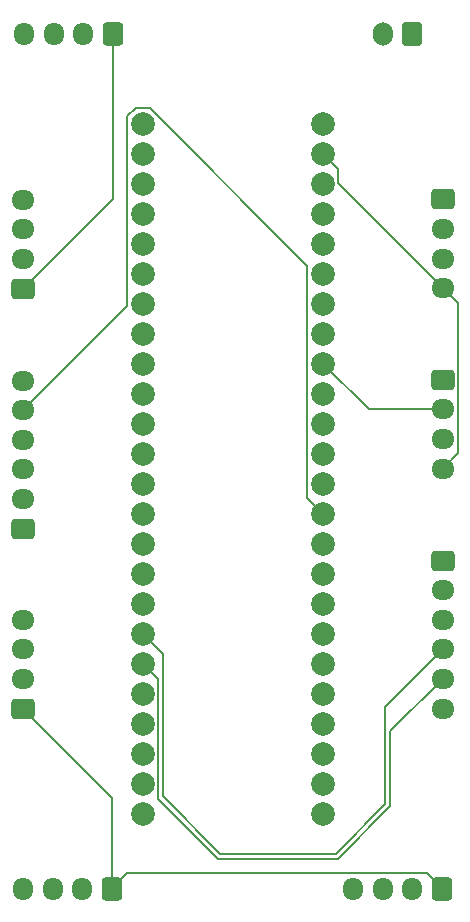
<source format=gbr>
%TF.GenerationSoftware,KiCad,Pcbnew,8.0.3*%
%TF.CreationDate,2024-09-25T15:42:15-04:00*%
%TF.ProjectId,mcu-board,6d63752d-626f-4617-9264-2e6b69636164,rev?*%
%TF.SameCoordinates,Original*%
%TF.FileFunction,Copper,L2,Bot*%
%TF.FilePolarity,Positive*%
%FSLAX46Y46*%
G04 Gerber Fmt 4.6, Leading zero omitted, Abs format (unit mm)*
G04 Created by KiCad (PCBNEW 8.0.3) date 2024-09-25 15:42:15*
%MOMM*%
%LPD*%
G01*
G04 APERTURE LIST*
G04 Aperture macros list*
%AMRoundRect*
0 Rectangle with rounded corners*
0 $1 Rounding radius*
0 $2 $3 $4 $5 $6 $7 $8 $9 X,Y pos of 4 corners*
0 Add a 4 corners polygon primitive as box body*
4,1,4,$2,$3,$4,$5,$6,$7,$8,$9,$2,$3,0*
0 Add four circle primitives for the rounded corners*
1,1,$1+$1,$2,$3*
1,1,$1+$1,$4,$5*
1,1,$1+$1,$6,$7*
1,1,$1+$1,$8,$9*
0 Add four rect primitives between the rounded corners*
20,1,$1+$1,$2,$3,$4,$5,0*
20,1,$1+$1,$4,$5,$6,$7,0*
20,1,$1+$1,$6,$7,$8,$9,0*
20,1,$1+$1,$8,$9,$2,$3,0*%
G04 Aperture macros list end*
%TA.AperFunction,ComponentPad*%
%ADD10RoundRect,0.250000X-0.725000X0.600000X-0.725000X-0.600000X0.725000X-0.600000X0.725000X0.600000X0*%
%TD*%
%TA.AperFunction,ComponentPad*%
%ADD11O,1.950000X1.700000*%
%TD*%
%TA.AperFunction,ComponentPad*%
%ADD12RoundRect,0.250000X0.600000X0.725000X-0.600000X0.725000X-0.600000X-0.725000X0.600000X-0.725000X0*%
%TD*%
%TA.AperFunction,ComponentPad*%
%ADD13O,1.700000X1.950000*%
%TD*%
%TA.AperFunction,ComponentPad*%
%ADD14RoundRect,0.250000X0.600000X0.750000X-0.600000X0.750000X-0.600000X-0.750000X0.600000X-0.750000X0*%
%TD*%
%TA.AperFunction,ComponentPad*%
%ADD15O,1.700000X2.000000*%
%TD*%
%TA.AperFunction,ComponentPad*%
%ADD16RoundRect,0.250000X0.725000X-0.600000X0.725000X0.600000X-0.725000X0.600000X-0.725000X-0.600000X0*%
%TD*%
%TA.AperFunction,ComponentPad*%
%ADD17C,2.000000*%
%TD*%
%TA.AperFunction,Conductor*%
%ADD18C,0.200000*%
%TD*%
G04 APERTURE END LIST*
D10*
%TO.P,J8,1,Pin_1*%
%TO.N,GND*%
X182880000Y-78940000D03*
D11*
%TO.P,J8,2,Pin_2*%
%TO.N,+3.3V*%
X182880000Y-81440000D03*
%TO.P,J8,3,Pin_3*%
%TO.N,/MISO1*%
X182880000Y-83940000D03*
%TO.P,J8,4,Pin_4*%
%TO.N,/MOSI1*%
X182880000Y-86440000D03*
%TO.P,J8,5,Pin_5*%
%TO.N,/SCK1*%
X182880000Y-88940000D03*
%TO.P,J8,6,Pin_6*%
%TO.N,/CS1*%
X182880000Y-91440000D03*
%TD*%
D10*
%TO.P,J5,1,Pin_1*%
%TO.N,+3.3V*%
X182880000Y-48340000D03*
D11*
%TO.P,J5,2,Pin_2*%
%TO.N,/RX5*%
X182880000Y-50840000D03*
%TO.P,J5,3,Pin_3*%
%TO.N,/TX5*%
X182880000Y-53340000D03*
%TO.P,J5,4,Pin_4*%
%TO.N,GND*%
X182880000Y-55840000D03*
%TD*%
D12*
%TO.P,J3,1,Pin_1*%
%TO.N,+3.3V*%
X154940000Y-34290000D03*
D13*
%TO.P,J3,2,Pin_2*%
%TO.N,/RX1*%
X152440000Y-34290000D03*
%TO.P,J3,3,Pin_3*%
%TO.N,/TX1*%
X149940000Y-34290000D03*
%TO.P,J3,4,Pin_4*%
%TO.N,GND*%
X147440000Y-34290000D03*
%TD*%
D14*
%TO.P,J9,1,Pin_1*%
%TO.N,Net-(J9-Pin_1)*%
X180300000Y-34290000D03*
D15*
%TO.P,J9,2,Pin_2*%
%TO.N,GND*%
X177800000Y-34290000D03*
%TD*%
D10*
%TO.P,J1,1,Pin_1*%
%TO.N,+3.3V*%
X182880000Y-63620000D03*
D11*
%TO.P,J1,2,Pin_2*%
%TO.N,/SDA0*%
X182880000Y-66120000D03*
%TO.P,J1,3,Pin_3*%
%TO.N,/SCL0*%
X182880000Y-68620000D03*
%TO.P,J1,4,Pin_4*%
%TO.N,GND*%
X182880000Y-71120000D03*
%TD*%
D16*
%TO.P,J2,1,Pin_1*%
%TO.N,+3.3V*%
X147320000Y-91440000D03*
D11*
%TO.P,J2,2,Pin_2*%
%TO.N,/SDA2*%
X147320000Y-88940000D03*
%TO.P,J2,3,Pin_3*%
%TO.N,/SCL2*%
X147320000Y-86440000D03*
%TO.P,J2,4,Pin_4*%
%TO.N,GND*%
X147320000Y-83940000D03*
%TD*%
D12*
%TO.P,J7,1,Pin_1*%
%TO.N,+3.3V*%
X182800000Y-106680000D03*
D13*
%TO.P,J7,2,Pin_2*%
%TO.N,/RX8*%
X180300000Y-106680000D03*
%TO.P,J7,3,Pin_3*%
%TO.N,/TX8*%
X177800000Y-106680000D03*
%TO.P,J7,4,Pin_4*%
%TO.N,GND*%
X175300000Y-106680000D03*
%TD*%
D12*
%TO.P,J6,1,Pin_1*%
%TO.N,+3.3V*%
X154860000Y-106680000D03*
D13*
%TO.P,J6,2,Pin_2*%
%TO.N,/RX7*%
X152360000Y-106680000D03*
%TO.P,J6,3,Pin_3*%
%TO.N,/TX7*%
X149860000Y-106680000D03*
%TO.P,J6,4,Pin_4*%
%TO.N,GND*%
X147360000Y-106680000D03*
%TD*%
D16*
%TO.P,J10,1,Pin_1*%
%TO.N,GND*%
X147320000Y-76200000D03*
D11*
%TO.P,J10,2,Pin_2*%
%TO.N,+3.3V*%
X147320000Y-73700000D03*
%TO.P,J10,3,Pin_3*%
%TO.N,/MISO0*%
X147320000Y-71200000D03*
%TO.P,J10,4,Pin_4*%
%TO.N,/MOSI0*%
X147320000Y-68700000D03*
%TO.P,J10,5,Pin_5*%
%TO.N,/SCK0*%
X147320000Y-66200000D03*
%TO.P,J10,6,Pin_6*%
%TO.N,/CS0*%
X147320000Y-63700000D03*
%TD*%
D17*
%TO.P,Teensy4.2,0,GND*%
%TO.N,GND*%
X157480000Y-41910000D03*
%TO.P,Teensy4.2,1,RX1*%
%TO.N,/RX1*%
X157480000Y-44450000D03*
%TO.P,Teensy4.2,2,TX1*%
%TO.N,/TX1*%
X157480000Y-46990000D03*
%TO.P,Teensy4.2,3,PWM*%
%TO.N,unconnected-(Teensy4.2-PWM-Pad3)*%
X157480000Y-49530000D03*
%TO.P,Teensy4.2,4,PWM*%
%TO.N,unconnected-(Teensy4.2-PWM-Pad4)*%
X157480000Y-52070000D03*
%TO.P,Teensy4.2,5,PWM*%
%TO.N,unconnected-(Teensy4.2-PWM-Pad5)*%
X157480000Y-54610000D03*
%TO.P,Teensy4.2,6,PWM*%
%TO.N,unconnected-(Teensy4.2-PWM-Pad6)*%
X157480000Y-57150000D03*
%TO.P,Teensy4.2,7,PWM*%
%TO.N,unconnected-(Teensy4.2-PWM-Pad7)*%
X157480000Y-59690000D03*
%TO.P,Teensy4.2,8,RX2*%
%TO.N,/RX2*%
X157480000Y-62230000D03*
%TO.P,Teensy4.2,9,TX2*%
%TO.N,/TX2*%
X157480000Y-64770000D03*
%TO.P,Teensy4.2,10,PWM*%
%TO.N,unconnected-(Teensy4.2-PWM-Pad10)*%
X157480000Y-67310000D03*
%TO.P,Teensy4.2,11,CS*%
%TO.N,/CS0*%
X157480000Y-69850000D03*
%TO.P,Teensy4.2,12,MOSI*%
%TO.N,/MOSI0*%
X157480000Y-72390000D03*
%TO.P,Teensy4.2,13,MISO*%
%TO.N,/MISO0*%
X157480000Y-74930000D03*
%TO.P,Teensy4.2,14,3.3V*%
%TO.N,+3.3V*%
X157480000Y-77470000D03*
%TO.P,Teensy4.2,15,SCL2*%
%TO.N,/SCL2*%
X157480000Y-80010000D03*
%TO.P,Teensy4.2,16,SDA2*%
%TO.N,/SDA2*%
X157480000Y-82550000D03*
%TO.P,Teensy4.2,17,MOSI1*%
%TO.N,/MOSI1*%
X157480000Y-85090000D03*
%TO.P,Teensy4.2,18,SCK1*%
%TO.N,/SCK1*%
X157480000Y-87630000D03*
%TO.P,Teensy4.2,19,RX7*%
%TO.N,/RX7*%
X157480000Y-90170000D03*
%TO.P,Teensy4.2,20,TX7*%
%TO.N,/TX7*%
X157480000Y-92710000D03*
%TO.P,Teensy4.2,21,GPIO*%
%TO.N,unconnected-(Teensy4.2-GPIO-Pad21)*%
X157480000Y-95250000D03*
%TO.P,Teensy4.2,22,GPIO*%
%TO.N,unconnected-(Teensy4.2-GPIO-Pad22)*%
X157480000Y-97790000D03*
%TO.P,Teensy4.2,23,GPIO*%
%TO.N,unconnected-(Teensy4.2-GPIO-Pad23)*%
X157480000Y-100330000D03*
%TO.P,Teensy4.2,24,PWM*%
%TO.N,unconnected-(Teensy4.2-PWM-Pad24)*%
X172720000Y-100330000D03*
%TO.P,Teensy4.2,25,RX8*%
%TO.N,/RX8*%
X172720000Y-97790000D03*
%TO.P,Teensy4.2,26,TX8*%
%TO.N,/TX8*%
X172720000Y-95250000D03*
%TO.P,Teensy4.2,27,PWM*%
%TO.N,unconnected-(Teensy4.2-PWM-Pad27)*%
X172720000Y-92710000D03*
%TO.P,Teensy4.2,28,PWM*%
%TO.N,unconnected-(Teensy4.2-PWM-Pad28)*%
X172720000Y-90170000D03*
%TO.P,Teensy4.2,29,CS1*%
%TO.N,/CS1*%
X172720000Y-87630000D03*
%TO.P,Teensy4.2,30,MISO*%
%TO.N,/MISO1*%
X172720000Y-85090000D03*
%TO.P,Teensy4.2,31,A16*%
%TO.N,unconnected-(Teensy4.2-A16-Pad31)*%
X172720000Y-82550000D03*
%TO.P,Teensy4.2,32,A17*%
%TO.N,unconnected-(Teensy4.2-A17-Pad32)*%
X172720000Y-80010000D03*
%TO.P,Teensy4.2,33,GND*%
%TO.N,GND*%
X172720000Y-77470000D03*
%TO.P,Teensy4.2,34,SCK*%
%TO.N,/SCK0*%
X172720000Y-74930000D03*
%TO.P,Teensy4.2,35,A0*%
%TO.N,unconnected-(Teensy4.2-A0-Pad35)*%
X172720000Y-72390000D03*
%TO.P,Teensy4.2,36,A1*%
%TO.N,unconnected-(Teensy4.2-A1-Pad36)*%
X172720000Y-69850000D03*
%TO.P,Teensy4.2,37,A2*%
%TO.N,unconnected-(Teensy4.2-A2-Pad37)*%
X172720000Y-67310000D03*
%TO.P,Teensy4.2,38,A3*%
%TO.N,unconnected-(Teensy4.2-A3-Pad38)*%
X172720000Y-64770000D03*
%TO.P,Teensy4.2,39,SDA*%
%TO.N,/SDA0*%
X172720000Y-62230000D03*
%TO.P,Teensy4.2,40,SCL*%
%TO.N,/SCL0*%
X172720000Y-59690000D03*
%TO.P,Teensy4.2,41,TX5*%
%TO.N,/RX5*%
X172720000Y-57150000D03*
%TO.P,Teensy4.2,42,RX5*%
%TO.N,/TX5*%
X172720000Y-54610000D03*
%TO.P,Teensy4.2,43,PWM*%
%TO.N,unconnected-(Teensy4.2-PWM-Pad43)*%
X172720000Y-52070000D03*
%TO.P,Teensy4.2,44,PWM*%
%TO.N,unconnected-(Teensy4.2-PWM-Pad44)*%
X172720000Y-49530000D03*
%TO.P,Teensy4.2,45,3.3V*%
%TO.N,unconnected-(Teensy4.2-3.3V-Pad45)*%
X172720000Y-46990000D03*
%TO.P,Teensy4.2,46,GND*%
%TO.N,GND*%
X172720000Y-44450000D03*
%TO.P,Teensy4.2,47,Vin*%
%TO.N,Net-(J9-Pin_1)*%
X172720000Y-41910000D03*
%TD*%
D16*
%TO.P,J4,1,Pin_1*%
%TO.N,+3.3V*%
X147320000Y-55880000D03*
D11*
%TO.P,J4,2,Pin_2*%
%TO.N,/RX2*%
X147320000Y-53380000D03*
%TO.P,J4,3,Pin_3*%
%TO.N,/TX2*%
X147320000Y-50880000D03*
%TO.P,J4,4,Pin_4*%
%TO.N,GND*%
X147320000Y-48380000D03*
%TD*%
D18*
%TO.N,GND*%
X184155000Y-69845000D02*
X184155000Y-57115000D01*
X174020000Y-45750000D02*
X174020000Y-46980000D01*
X184155000Y-57115000D02*
X182880000Y-55840000D01*
X182880000Y-71120000D02*
X184155000Y-69845000D01*
X172720000Y-44450000D02*
X174020000Y-45750000D01*
X174020000Y-46980000D02*
X182880000Y-55840000D01*
%TO.N,/SDA0*%
X182880000Y-66120000D02*
X176610000Y-66120000D01*
X176610000Y-66120000D02*
X172720000Y-62230000D01*
%TO.N,+3.3V*%
X154860000Y-98980000D02*
X147320000Y-91440000D01*
X156135000Y-105405000D02*
X181525000Y-105405000D01*
X154940000Y-48260000D02*
X154940000Y-34290000D01*
X154860000Y-106680000D02*
X156135000Y-105405000D01*
X181525000Y-105405000D02*
X182800000Y-106680000D01*
X147320000Y-55880000D02*
X154940000Y-48260000D01*
X154860000Y-106680000D02*
X154860000Y-98980000D01*
%TO.N,/MOSI1*%
X182880000Y-86440000D02*
X178035000Y-91285000D01*
X159180000Y-86790000D02*
X157480000Y-85090000D01*
X178035000Y-91285000D02*
X178035000Y-99529314D01*
X164065000Y-103740000D02*
X159180000Y-98855000D01*
X159180000Y-98855000D02*
X159180000Y-86790000D01*
X178035000Y-99529314D02*
X173824314Y-103740000D01*
X173824314Y-103740000D02*
X164065000Y-103740000D01*
%TO.N,/SCK1*%
X178435000Y-93385000D02*
X182880000Y-88940000D01*
X158780000Y-99090000D02*
X163830000Y-104140000D01*
X178435000Y-99695000D02*
X178435000Y-93385000D01*
X158780000Y-88930000D02*
X158780000Y-99090000D01*
X163830000Y-104140000D02*
X173990000Y-104140000D01*
X157480000Y-87630000D02*
X158780000Y-88930000D01*
X173990000Y-104140000D02*
X178435000Y-99695000D01*
%TO.N,/SCK0*%
X171420000Y-53945000D02*
X171420000Y-73630000D01*
X171420000Y-73630000D02*
X172720000Y-74930000D01*
X156180000Y-41305000D02*
X156875000Y-40610000D01*
X156875000Y-40610000D02*
X158085000Y-40610000D01*
X156180000Y-57340000D02*
X156180000Y-41305000D01*
X147320000Y-66200000D02*
X156180000Y-57340000D01*
X158085000Y-40610000D02*
X171420000Y-53945000D01*
%TD*%
M02*

</source>
